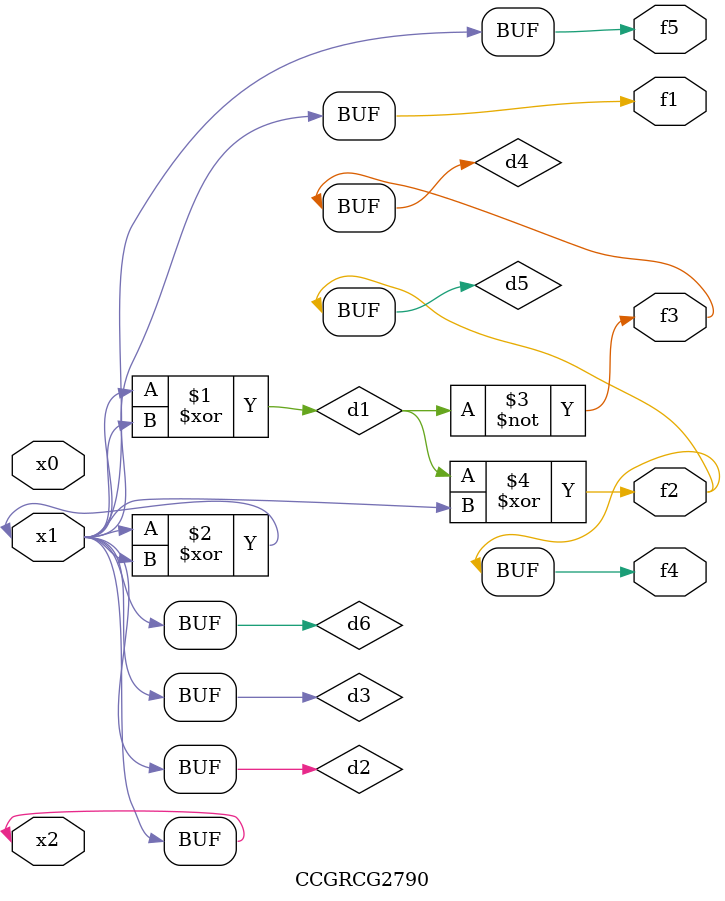
<source format=v>
module CCGRCG2790(
	input x0, x1, x2,
	output f1, f2, f3, f4, f5
);

	wire d1, d2, d3, d4, d5, d6;

	xor (d1, x1, x2);
	buf (d2, x1, x2);
	xor (d3, x1, x2);
	nor (d4, d1);
	xor (d5, d1, d2);
	buf (d6, d2, d3);
	assign f1 = d6;
	assign f2 = d5;
	assign f3 = d4;
	assign f4 = d5;
	assign f5 = d6;
endmodule

</source>
